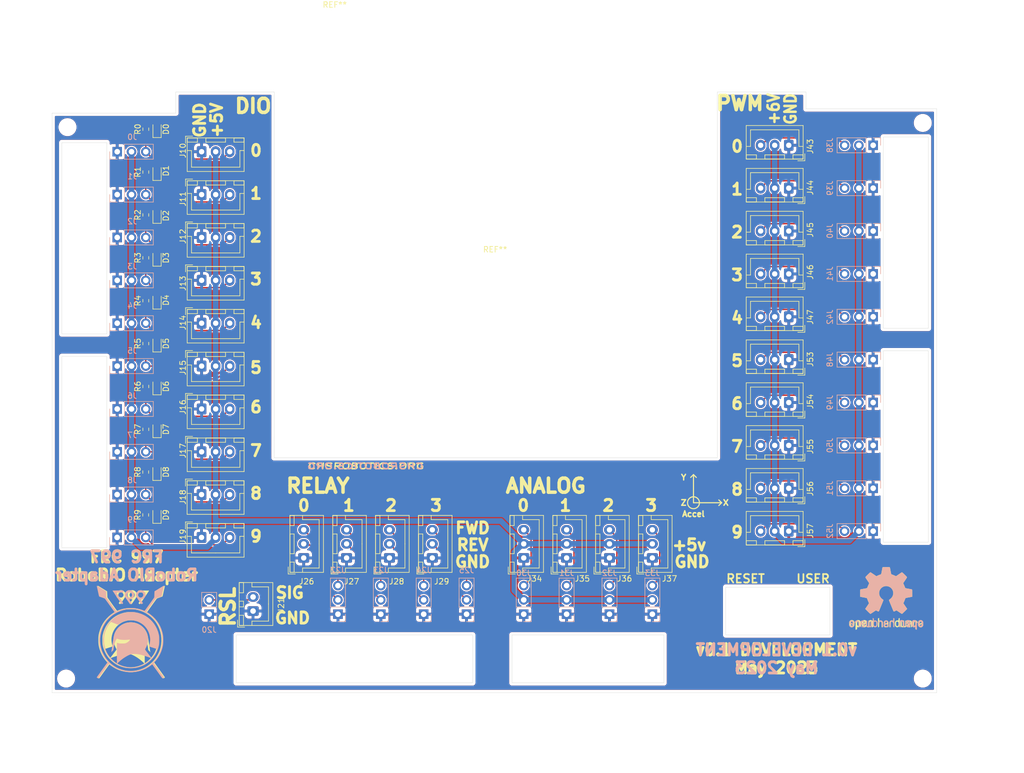
<source format=kicad_pcb>
(kicad_pcb (version 20211014) (generator pcbnew)
  (layers (0 "F.Cu" signal) (31 "B.Cu" signal) (34 "B.Paste" user) (35 "F.Paste" user) (36 "B.SilkS" user "B.Silkscreen") (37 "F.SilkS" user "F.Silkscreen") (38 "B.Mask" user) (39 "F.Mask" user) (44 "Edge.Cuts" user))
  (net 0 "")
  (net 1 "GND")
  (net 2 "+5V")
  (net 3 "Net-(D1-Pad2)")
  (net 4 "Net-(D2-Pad2)")
  (net 5 "Net-(D3-Pad2)")
  (net 6 "Net-(D4-Pad2)")
  (net 7 "Net-(D5-Pad2)")
  (net 8 "Net-(D6-Pad2)")
  (net 9 "Net-(D7-Pad2)")
  (net 10 "Net-(D8-Pad2)")
  (net 11 "Net-(D9-Pad2)")
  (net 12 "DIO9")
  (net 13 "DIO8")
  (net 14 "DIO6")
  (net 15 "DIO7")
  (net 16 "DIO3")
  (net 17 "DIO1")
  (net 18 "DIO2")
  (net 19 "DIO4")
  (net 20 "DIO5")
  (net 21 "DIO0")
  (net 22 "Net-(D0-Pad2)")
  (net 23 "RSL_SIG")
  (net 24 "R0REV")
  (net 25 "R0FWD")
  (net 26 "R1REV")
  (net 27 "R1FWD")
  (net 28 "R2REV")
  (net 29 "R2FWD")
  (net 30 "R3REV")
  (net 31 "R3FWD")
  (net 32 "A0")
  (net 33 "A1")
  (net 34 "A2")
  (net 35 "A3")
  (net 36 "+6V")
  (net 37 "PWM0")
  (net 38 "PWM1")
  (net 39 "PWM2")
  (net 40 "PWM3")
  (net 41 "PWM4")
  (net 42 "PWM5")
  (net 43 "PWM6")
  (net 44 "PWM7")
  (net 45 "PWM8")
  (net 46 "PWM9")
  (footprint "Connector_JST:JST_XH_B3B-XH-A_1x03_P2.50mm_Vertical" (layer "F.Cu") (at 186.4341 50.2218 180)
    (fp_text reference "J43")
    (fp_text value "Conn_01x03")
  )
  (footprint "Connector_JST:JST_XH_B3B-XH-A_1x03_P2.50mm_Vertical" (layer "F.Cu") (at 82.0831 104.7044)
    (fp_text reference "J17")
    (fp_text value "Conn_01x03")
  )
  (footprint "Connector_JST:JST_XH_B3B-XH-A_1x03_P2.50mm_Vertical" (layer "F.Cu") (at 162.1911 123.5592 90)
    (fp_text reference "J37")
    (fp_text value "Conn_01x03")
  )
  (footprint "Resistor_SMD:R_0603_1608Metric" (layer "F.Cu") (at 72.1631 62.6044 90)
    (fp_text reference "R2")
    (fp_text value "680")
  )
  (footprint "Connector_JST:JST_XH_B3B-XH-A_1x03_P2.50mm_Vertical" (layer "F.Cu") (at 186.4341 80.7018 180)
    (fp_text reference "J47")
    (fp_text value "Conn_01x03")
  )
  (footprint "Connector_JST:JST_XH_B3B-XH-A_1x03_P2.50mm_Vertical" (layer "F.Cu") (at 186.4341 88.3218 180)
    (fp_text reference "J53")
    (fp_text value "Conn_01x03")
  )
  (footprint "Connector_JST:JST_XH_B3B-XH-A_1x03_P2.50mm_Vertical" (layer "F.Cu") (at 100.225 123.5592 90)
    (fp_text reference "J26")
    (fp_text value "Conn_01x03")
  )
  (footprint "Connector_JST:JST_XH_B3B-XH-A_1x03_P2.50mm_Vertical" (layer "F.Cu") (at 115.465 123.5592 90)
    (fp_text reference "J28")
    (fp_text value "Conn_01x03")
  )
  (footprint "Connector_JST:JST_XH_B3B-XH-A_1x03_P2.50mm_Vertical" (layer "F.Cu") (at 82.0831 58.9844)
    (fp_text reference "J11")
    (fp_text value "Conn_01x03")
  )
  (footprint "MountingHole:MountingHole_2.2mm_M2" (layer "F.Cu") (at 210.25 46.25)
    (fp_text reference "REF**" hide)
    (fp_text value "MountingHole_2.2mm_M2")
  )
  (footprint "Connector_JST:JST_XH_B3B-XH-A_1x03_P2.50mm_Vertical" (layer "F.Cu") (at 186.4341 65.4618 180)
    (fp_text reference "J45")
    (fp_text value "Conn_01x03")
  )
  (footprint "lib997:navxmxp" (layer "F.Cu") (at 105.75 25.75)
    (fp_text reference "REF**")
    (fp_text value "navxmxp")
  )
  (footprint "Connector_JST:JST_XH_B3B-XH-A_1x03_P2.50mm_Vertical" (layer "F.Cu") (at 82.0831 97.0844)
    (fp_text reference "J16")
    (fp_text value "Conn_01x03")
  )
  (footprint "Connector_JST:JST_XH_B3B-XH-A_1x03_P2.50mm_Vertical" (layer "F.Cu") (at 139.3311 123.5592 90)
    (fp_text reference "J34")
    (fp_text value "Conn_01x03")
  )
  (footprint "MountingHole:MountingHole_2.2mm_M2" (layer "F.Cu") (at 58 145)
    (fp_text reference "REF**" hide)
    (fp_text value "MountingHole_2.2mm_M2")
  )
  (footprint "Resistor_SMD:R_0603_1608Metric" (layer "F.Cu") (at 72.1631 100.7044 90)
    (fp_text reference "R7")
    (fp_text value "680")
  )
  (footprint "Connector_JST:JST_XH_B3B-XH-A_1x03_P2.50mm_Vertical" (layer "F.Cu") (at 186.4341 118.8018 180)
    (fp_text reference "J57")
    (fp_text value "Conn_01x03")
  )
  (footprint "MountingHole:MountingHole_2.2mm_M2" (layer "F.Cu") (at 58.25 47)
    (fp_text reference "REF**" hide)
    (fp_text value "MountingHole_2.2mm_M2")
  )
  (footprint "Connector_JST:JST_XH_B3B-XH-A_1x03_P2.50mm_Vertical" (layer "F.Cu") (at 82.0681 112.2994)
    (fp_text reference "J18")
    (fp_text value "Conn_01x03")
  )
  (footprint "LED_SMD:LED_0603_1608Metric" (layer "F.Cu") (at 74.1481 115.9194 90)
    (fp_text reference "D9")
    (fp_text value "YELLOW")
  )
  (footprint "Symbol:OSHW-Logo2_14.6x12mm_SilkScreen" (layer "F.Cu") (at 203.75 130.75)
    (fp_text reference "REF**" hide)
    (fp_text value "OSHW-Logo2_14.6x12mm_SilkScreen" hide)
  )
  (footprint "Connector_JST:JST_XH_B3B-XH-A_1x03_P2.50mm_Vertical" (layer "F.Cu") (at 107.845 123.5592 90)
    (fp_text reference "J27")
    (fp_text value "Conn_01x03")
  )
  (footprint "Resistor_SMD:R_0603_1608Metric" (layer "F.Cu") (at 72.1631 93.0844 90)
    (fp_text reference "R6")
    (fp_text value "680")
  )
  (footprint "Connector_JST:JST_XH_B3B-XH-A_1x03_P2.50mm_Vertical" (layer "F.Cu") (at 82.0831 66.6044)
    (fp_text reference "J12")
    (fp_text value "Conn_01x03")
  )
  (footprint "LED_SMD:LED_0603_1608Metric" (layer "F.Cu") (at 74.1631 54.9844 90)
    (fp_text reference "D1")
    (fp_text value "YELLOW")
  )
  (footprint "Resistor_SMD:R_0603_1608Metric" (layer "F.Cu") (at 72.1631 54.9844 90)
    (fp_text reference "R1")
    (fp_text value "680")
  )
  (footprint "LED_SMD:LED_0603_1608Metric" (layer "F.Cu") (at 74.1631 77.8444 90)
    (fp_text reference "D4")
    (fp_text value "RED")
  )
  (footprint "Connector_JST:JST_XH_B3B-XH-A_1x03_P2.50mm_Vertical" (layer "F.Cu") (at 82.0681 119.9194)
    (fp_text reference "J19")
    (fp_text value "Conn_01x03")
  )
  (footprint "Connector_JST:JST_XH_B2B-XH-A_1x02_P2.50mm_Vertical" (layer "F.Cu") (at 91.225 133 90)
    (fp_text reference "J21")
    (fp_text value "Conn_01x02")
  )
  (footprint "Connector_JST:JST_XH_B3B-XH-A_1x03_P2.50mm_Vertical" (layer "F.Cu") (at 82.0831 89.4644)
    (fp_text reference "J15")
    (fp_text value "Conn_01x03")
  )
  (footprint "Resistor_SMD:R_0603_1608Metric" (layer "F.Cu") (at 72.1631 85.4644 90)
    (fp_text reference "R5")
    (fp_text value "680")
  )
  (footprint "MountingHole:MountingHole_2.2mm_M2" (layer "F.Cu") (at 210.25 145)
    (fp_text reference "REF**" hide)
    (fp_text value "MountingHole_2.2mm_M2")
  )
  (footprint "Connector_JST:JST_XH_B3B-XH-A_1x03_P2.50mm_Vertical" (layer "F.Cu") (at 146.9511 123.5592 90)
    (fp_text reference "J35")
    (fp_text value "Conn_01x03")
  )
  (footprint "Resistor_SMD:R_0603_1608Metric" (layer "F.Cu") (at 72.1631 47.3644 90)
    (fp_text reference "R0")
    (fp_text value "680")
  )
  (footprint "LED_SMD:LED_0603_1608Metric" (layer "F.Cu") (at 74.1631 85.4644 90)
    (fp_text reference "D5")
    (fp_text value "YELLOW")
  )
  (footprint "lib997:roborio" (layer "F.Cu") (at 134.25 69.25)
    (fp_text reference "REF**")
    (fp_text value "roborio")
  )
  (footprint "Connector_JST:JST_XH_B3B-XH-A_1x03_P2.50mm_Vertical" (layer "F.Cu") (at 82.0831 74.2244)
    (fp_text reference "J13")
    (fp_text value "Conn_01x03")
  )
  (footprint "Resistor_SMD:R_0603_1608Metric" (layer "F.Cu") (at 72.1631 77.8444 90)
    (fp_text reference "R4")
    (fp_text value "680")
  )
  (footprint "LED_SMD:LED_0603_1608Metric" (layer "F.Cu") (at 74.1481 108.2994 90)
    (fp_text reference "D8")
    (fp_text value "RED")
  )
  (footprint "LOGO" (layer "F.Cu") (at 69.5 135.75)
    (fp_text reference "G***" hide)
    (fp_text value "LOGO" hide)
  )
  (footprint "LED_SMD:LED_0603_1608Metric" (layer "F.Cu") (at 74.1631 100.7044 90)
    (fp_text reference "D7")
    (fp_text value "BLUE")
  )
  (footprint "Connector_JST:JST_XH_B3B-XH-A_1x03_P2.50mm_Vertical" (layer "F.Cu") (at 186.4341 103.5618 180)
    (fp_text reference "J55")
    (fp_text value "Conn_01x03")
  )
  (footprint "Connector_JST:JST_XH_B3B-XH-A_1x03_P2.50mm_Vertical" (layer "F.Cu") (at 186.4341 73.0818 180)
    (fp_text reference "J46")
    (fp_text value "Conn_01x03")
  )
  (footprint "Connector_JST:JST_XH_B3B-XH-A_1x03_P2.50mm_Vertical" (layer "F.Cu") (at 82.0831 51.3644)
    (fp_text reference "J10")
    (fp_text value "Conn_01x03")
  )
  (footprint "LED_SMD:LED_0603_1608Metric" (layer "F.Cu") (at 74.1631 62.6044 90)
    (fp_text reference "D2")
    (fp_text value "GREEN")
  )
  (footprint "LED_SMD:LED_0603_1608Metric" (layer "F.Cu") (at 74.1631 47.3644 90)
    (fp_text reference "D0")
    (fp_text value "RED")
  )
  (footprint "LED_SMD:LED_0603_1608Metric" (layer "F.Cu") (at 74.1631 93.0844 90)
    (fp_text reference "D6")
    (fp_text value "GREEN")
  )
  (footprint "Connector_JST:JST_XH_B3B-XH-A_1x03_P2.50mm_Vertical" (layer "F.Cu") (at 82.0831 81.8444)
    (fp_text reference "J14")
    (fp_text value "Conn_01x03")
  )
  (footprint "Resistor_SMD:R_0603_1608Metric" (layer "F.Cu") (at 72.1481 115.9194 90)
    (fp_text reference "R9")
    (fp_text value "680")
  )
  (footprint "Connector_JST:JST_XH_B3B-XH-A_1x03_P2.50mm_Vertical" (layer "F.Cu") (at 123.085 123.5592 90)
    (fp_text reference "J29")
    (fp_text value "Conn_01x03")
  )
  (footprint "LED_SMD:LED_0603_1608Metric" (layer "F.Cu") (at 74.1631 70.2244 90)
    (fp_text reference "D3")
    (fp_text value "BLUE")
  )
  (footprint "Resistor_SMD:R_0603_1608Metric" (layer "F.Cu") (at 72.1631 70.2244 90)
    (fp_text reference "R3")
    (fp_text value "680")
  )
  (footprint "Connector_JST:JST_XH_B3B-XH-A_1x03_P2.50mm_Vertical" (layer "F.Cu") (at 186.4341 95.9418 180)
    (fp_text reference "J54")
    (fp_text value "Conn_01x03")
  )
  (footprint "Connector_JST:JST_XH_B3B-XH-A_1x03_P2.50mm_Vertical" (layer "F.Cu") (at 154.5711 123.5592 90)
    (fp_text reference "J36")
    (fp_text value "Conn_01x03")
  )
  (footprint "Resistor_SMD:R_0603_1608Metric" (layer "F.Cu") (at 72.1481 108.2994 90)
    (fp_text reference "R8")
    (fp_text value "680")
  )
  (footprint "Connector_JST:JST_XH_B3B-XH-A_1x03_P2.50mm_Vertical" (layer "F.Cu") (at 186.4341 57.8418 180)
    (fp_text reference "J44")
    (fp_text value "Conn_01x03")
  )
  (footprint "Connector_JST:JST_XH_B3B-XH-A_1x03_P2.50mm_Vertical" (layer "F.Cu") (at 186.4341 111.1818 180)
    (fp_text reference "J56")
    (fp_text value "Conn_01x03")
  )
  (footprint "Connector_PinSocket_2.54mm:PinSocket_1x03_P2.54mm_Vertical" (layer "B.Cu") (at 67.0831 104.7044 -90)
    (fp_text reference "J7")
    (fp_text value "Conn_01x03")
  )
  (footprint "Connector_PinSocket_2.54mm:PinSocket_1x03_P2.54mm_Vertical" (layer "B.Cu") (at 129.1711 133.5592)
    (fp_text reference "J25")
    (fp_text value "Conn_01x03")
  )
  (footprint "Connector_PinSocket_2.54mm:PinSocket_1x03_P2.54mm_Vertical" (layer "B.Cu") (at 67.0681 112.2994 -90)
    (fp_text reference "J8")
    (fp_text value "Conn_01x03")
  )
  (footprint "Connector_PinSocket_2.54mm:PinSocket_1x03_P2.54mm_Vertical" (layer "B.Cu") (at 201.4341 103.5618 90)
    (fp_text reference "J50")
    (fp_text value "Conn_01x03")
  )
  (footprint "Connector_PinSocket_2.54mm:PinSocket_1x03_P2.54mm_Vertical" (layer "B.Cu") (at 154.5711 133.5592)
    (fp_text reference "J32")
    (fp_text value "Conn_01x03")
  )
  (footprint "Connector_PinSocket_2.54mm:PinSocket_1x03_P2.54mm_Vertical" (layer "B.Cu") (at 121.5511 133.5592)
    (fp_text reference "J24")
    (fp_text value "Conn_01x03")
  )
  (footprint "Connector_PinSocket_2.54mm:PinSocket_1x03_P2.54mm_Vertical" (layer "B.Cu") (at 67.0831 97.0844 -90)
    (fp_text reference "J6")
    (fp_text value "Conn_01x03")
  )
  (footprint "Connector_PinSocket_2.54mm:PinSocket_1x03_P2.54mm_Vertical" (layer "B.Cu") (at 201.4341 118.8018 90)
    (fp_text reference "J52")
    (fp_text value "Conn_01x03")
  )
  (footprint "Connector_PinSocket_2.54mm:PinSocket_1x03_P2.54mm_Vertical" (layer "B.Cu") (at 162.1911 133.5592)
    (fp_text reference "J33")
    (fp_text value "Conn_01x03")
  )
  (footprint "Connector_PinSocket_2.54mm:PinSocket_1x03_P2.54mm_Vertical" (layer "B.Cu") (at 201.4341 95.9418 90)
    (fp_text reference "J49")
    (fp_text value "Conn_01x03")
  )
  (footprint "Connector_PinSocket_2.54mm:PinSocket_1x03_P2.54mm_Vertical" (layer "B.Cu") (at 201.4341 73.0818 90)
    (fp_text reference "J41")
    (fp_text value "Conn_01x03")
  )
  (footprint "Connector_PinSocket_2.54mm:PinSocket_1x03_P2.54mm_Vertical" (layer "B.Cu") (at 67.0831 51.3644 -90)
    (fp_text reference "J0")
    (fp_text value "Conn_01x03")
  )
  (footprint "Connector_PinSocket_2.54mm:PinSocket_1x03_P2.54mm_Vertical" (layer "B.Cu") (at 67.0831 58.9844 -90)
    (fp_text reference "J1")
    (fp_text value "Conn_01x03")
  )
  (footprint "Connector_PinSocket_2.54mm:PinSocket_1x02_P2.54mm_Vertical" (layer "B.Cu") (at 83.4257 133.5592)
    (fp_text reference "J20")
    (fp_text value "Conn_01x02")
  )
  (footprint "Connector_PinSocket_2.54mm:PinSocket_1x03_P2.54mm_Vertical" (layer "B.Cu") (at 146.9511 133.5592)
    (fp_text reference "J31")
    (fp_text value "Conn_01x03")
  )
  (footprint "Connector_PinSocket_2.54mm:PinSocket_1x03_P2.54mm_Vertical" (layer "B.Cu") (at 201.4341 80.7018 90)
    (fp_text reference "J42")
    (fp_text value "Conn_01x03")
  )
  (footprint "Connector_PinSocket_2.54mm:PinSocket_1x03_P2.54mm_Vertical" (layer "B.Cu") (at 113.9311 133.5592)
    (fp_text reference "J23")
    (fp_text value "Conn_01x03")
  )
  (footprint "LOGO" (layer "B.Cu") (at 69.5 135.75 180)
    (fp_text reference "G***" hide)
    (fp_text value "LOGO" hide)
  )
  (footprint "Connector_PinSocket_2.54mm:PinSocket_1x03_P2.54mm_Vertical" (layer "B.Cu") (at 67.0831 81.8444 -90)
    (fp_text reference "J4")
    (fp_text value "Conn_01x03")
  )
  (footprint "Connector_PinSocket_2.54mm:PinSocket_1x03_P2.54mm_Vertical" (layer "B.Cu") (at 201.4341 50.2218 90)
    (fp_text reference "J38")
    (fp_text value "Conn_01x03")
  )
  (footprint "Connector_PinSocket_2.54mm:PinSocket_1x03_P2.54mm_Vertical" (layer "B.Cu") (at 67.0681 119.9194 -90)
    (fp_text reference "J9")
    (fp_text value "Conn_01x03")
  )
  (footprint "Connector_PinSocket_2.54mm:PinSocket_1x03_P2.54mm_Vertical" (layer "B.Cu") (at 201.4341 57.8418 90)
    (fp_text reference "J39")
    (fp_text value "Conn_01x03")
  )
  (footprint "Connector_PinSocket_2.54mm:PinSocket_1x03_P2.54mm_Vertical" (layer "B.Cu") (at 139.3311 133.5592)
    (fp_text reference "J30")
    (fp_text value "Conn_01x03")
  )
  (footprint "Connector_PinSocket_2.54mm:PinSocket_1x03_P2.54mm_Vertical" (layer "B.Cu") (at 67.0831 74.2244 -90)
    (fp_text reference "J3")
    (fp_text value "Conn_01x03")
  )
  (footprint "Connector_PinSocket_2.54mm:PinSocket_1x03_P2.54mm_Vertical" (layer "B.Cu") (at 201.4341 88.3218 90)
    (fp_text reference "J48")
    (fp_text value "Conn_01x03")
  )
  (footprint "Connector_PinSocket_2.54mm:PinSocket_1x03_P2.54mm_Vertical" (layer "B.Cu") (at 201.4341 65.4618 90)
    (fp_text reference "J40")
    (fp_text value "Conn_01x03")
  )
  (footprint "Connector_PinSocket_2.54mm:PinSocket_1x03_P2.54mm_Vertical" (layer "B.Cu") (at 67.0831 66.6044 -90)
    (fp_text reference "J2")
    (fp_text value "Conn_01x03")
  )
  (footprint "Symbol:OSHW-Logo2_14.6x12mm_SilkScreen" (layer "B.Cu") (at 203.75 130.75 180)
    (fp_text reference "REF**" hide)
    (fp_text value "OSHW-Logo2_14.6x12mm_SilkScreen" hide)
  )
  (footprint "Connector_PinSocket_2.54mm:PinSocket_1x03_P2.54mm_Vertical" (layer "B.Cu") (at 201.4341 111.1818 90)
    (fp_text reference "J51")
    (fp_text value "Conn_01x03")
  )
  (footprint "Connector_PinSocket_2.54mm:PinSocket_1x03_P2.54mm_Vertical" (layer "B.Cu") (at 106.3111 133.5592)
    (fp_text reference "J22")
    (fp_text value "Conn_01x03")
  )
  (footprint "Connector_PinSocket_2.54mm:PinSocket_1x03_P2.54mm_Vertical" (layer "B.Cu") (at 67.0831 89.4644 -90)
    (fp_text reference "J5")
    (fp_text value "Conn_01x03")
  )
  (gr_line (start 169.5 108.75) (end 170 109.25) (layer "F.SilkS") (width 0.2))
  (gr_line (start 169.5 108.75) (end 169 109.25) (layer "F.SilkS") (width 0.2))
  (gr_line (start 169.5 113.75) (end 169.5 108.75) (layer "F.SilkS") (width 0.2))
  (gr_line (start 169.5 113.75) (end 174.5 113.75) (layer "F.SilkS") (width 0.2))
  (gr_circle (center 169.5 113.75) (end 170.56066 113.75) (layer "F.SilkS") (width 0.2) (fill none))
  (gr_line (start 174.5 113.75) (end 174 113.25) (layer "F.SilkS") (width 0.2))
  (gr_line (start 174.5 113.75) (end 174 114.25) (layer "F.SilkS") (width 0.2))
  (gr_line (start 95 40.75) (end 94.97 105.75) (layer "Edge.Cuts") (width 0.05))
  (gr_line (start 189.5 40.75) (end 189.5 43.75) (layer "Edge.Cuts") (width 0.05))
  (gr_rect (start 57.25 87.75) (end 65.25 121.75) (layer "Edge.Cuts") (width 0.05) (fill none))
  (gr_rect (start 203.25 86.75) (end 211.25 120.75) (layer "Edge.Cuts") (width 0.05) (fill none))
  (gr_rect (start 175.25 137.25) (end 193.75 128.75) (layer "Edge.Cuts") (width 0.05) (fill none))
  (gr_line (start 173.75 105.75) (end 94.97 105.75) (layer "Edge.Cuts") (width 0.05))
  (gr_line (start 189.5 40.75) (end 173.75 40.75) (layer "Edge.Cuts") (width 0.05))
  (gr_rect (start 203.25 48.75) (end 211.25 82.75) (layer "Edge.Cuts") (width 0.05) (fill none))
  (gr_line (start 95 40.75) (end 77.5 40.75) (layer "Edge.Cuts") (width 0.05))
  (gr_rect (start 137.25 145.75) (end 164.25 137.25) (layer "Edge.Cuts") (width 0.05) (fill none))
  (gr_line (start 212.75 147.5) (end 212.75 43.75) (layer "Edge.Cuts") (width 0.05))
  (gr_line (start 212.75 43.75) (end 189.5 43.75) (layer "Edge.Cuts") (width 0.05))
  (gr_line (start 77.5 44.5) (end 55.5 44.5) (layer "Edge.Cuts") (width 0.05))
  (gr_line (start 55.5 44.5) (end 55.5 147.5) (layer "Edge.Cuts") (width 0.05))
  (gr_line (start 55.5 147.5) (end 212.75 147.5) (layer "Edge.Cuts") (width 0.05))
  (gr_line (start 77.5 44.5) (end 77.5 40.75) (layer "Edge.Cuts") (width 0.05))
  (gr_rect (start 57.25 49.75) (end 65.25 83.75) (layer "Edge.Cuts") (width 0.05) (fill none))
  (gr_line (start 173.75 105.75) (end 173.75 40.75) (layer "Edge.Cuts") (width 0.05))
  (gr_rect (start 88.25 145.75) (end 130.25 137.25) (layer "Edge.Cuts") (width 0.05) (fill none))
  (gr_text "CHSROBOTICS.ORG" (at 111.25 107.25) (layer "B.SilkS") (effects (font (size 1 1.5) (thickness 0.25) italic) (justify mirror)))
  (gr_text "FRC 997\nRoboRIO Adapter" (at 68.75 125) (layer "B.SilkS") (effects (font (size 2 2) (thickness 0.5)) (justify mirror)))
  (gr_text "v0.1 DEVELOPMENT\nMay 2023" (at 184.25 141.5) (layer "B.SilkS") (effects (font (size 2 2) (thickness 0.5)) (justify mirror)))
  (gr_text "GND" (at 98.25 134.25) (layer "F.SilkS") (effects (font (size 2 2) (thickness 0.5))))
  (gr_text "1" (at 177.25 58.0418) (layer "F.SilkS") (effects (font (size 2 2) (thickness 0.5))))
  (gr_text "RESET" (at 178.75 127.25) (layer "F.SilkS") (effects (font (size 1.5 1.5) (thickness 0.3))))
  (gr_text "ANALOG" (at 143.25 110.75) (layer "F.SilkS") (effects (font (size 2.5 2.5) (thickness 0.625))))
  (gr_text "0" (at 91.75 51.1644) (layer "F.SilkS") (effects (font (size 2 2) (thickness 0.5))))
  (gr_text "0" (at 100.25 114.25) (layer "F.SilkS") (effects (font (size 2 2) (thickness 0.5))))
  (gr_text "DIO" (at 91.25 43.25) (layer "F.SilkS") (effects (font (size 2.5 2.5) (thickness 0.625))))
  (gr_text "2" (at 154.3711 114.25) (layer "F.SilkS") (effects (font (size 2 2) (thickness 0.5))))
  (gr_text "FWD" (at 130.25 118.25) (layer "F.SilkS") (effects (font (size 2 2) (thickness 0.5))))
  (gr_text "RELAY" (at 102.75 110.75) (layer "F.SilkS") (effects (font (size 2.5 2.5) (thickness 0.625))))
  (gr_text "2" (at 115.75 114.25) (layer "F.SilkS") (effects (font (size 2 2) (thickness 0.5))))
  (gr_text "Z" (at 167.75 113.75) (layer "F.SilkS") (effects (font (size 1 1) (thickness 0.25))))
  (gr_text "6" (at 177.25 96.1418) (layer "F.SilkS") (effects (font (size 2 2) (thickness 0.5))))
  (gr_text "GND" (at 81.75 45.75 90) (layer "F.SilkS") (effects (font (size 2 2) (thickness 0.5))))
  (gr_text "0" (at 139.25 114.25) (layer "F.SilkS") (effects (font (size 2 2) (thickness 0.5))))
  (gr_text "6" (at 91.75 96.75) (layer "F.SilkS") (effects (font (size 2 2) (thickness 0.5))))
  (gr_text "CHSROBOTICS.ORG" (at 111.25 107.25) (layer "F.SilkS") (effects (font (size 1 1.5) (thickness 0.25) italic)))
  (gr_text "3" (at 91.75 74.0244) (layer "F.SilkS") (effects (font (size 2 2) (thickness 0.5))))
  (gr_text "2" (at 91.75 66.4044) (layer "F.SilkS") (effects (font (size 2 2) (thickness 0.5))))
  (gr_text "SIG" (at 97.75 129.75) (layer "F.SilkS") (effects (font (size 2 2) (thickness 0.5))))
  (gr_text "+5V" (at 84.75 45.75 90) (layer "F.SilkS") (effects (font (size 2 2) (thickness 0.5))))
  (gr_text "REV" (at 130.25 121.25) (layer "F.SilkS") (effects (font (size 2 2) (thickness 0.5))))
  (gr_text "7" (at 91.75 104.5044) (layer "F.SilkS") (effects (font (size 2 2) (thickness 0.5))))
  (gr_text "RSL" (at 86.75 132.25 90) (layer "F.SilkS") (effects (font (size 2.5 2.5) (thickness 0.625))))
  (gr_text "4" (at 91.75 81.75) (layer "F.SilkS") (effects (font (size 2 2) (thickness 0.5))))
  (gr_text "GND" (at 169.25 124.25) (layer "F.SilkS") (effects (font (size 2 2) (thickness 0.5))))
  (gr_text "+5v" (at 168.75 121.25) (layer "F.SilkS") (effects (font (size 2 2) (thickness 0.5))))
  (gr_text "3" (at 161.9911 114.25) (layer "F.SilkS") (effects (font (size 2 2) (thickness 0.5))))
  (gr_text "+6V" (at 183.75 43.75 90) (layer "F.SilkS") (effects (font (size 2 1.8) (thickness 0.45))))
  (gr_text "2" (at 177.25 65.6618) (layer "F.SilkS") (effects (font (size 2 2) (thickness 0.5))))
  (gr_text "1" (at 108.25 114.25) (layer "F.SilkS") (effects (font (size 2 2) (thickness 0.5))))
  (gr_text "FRC 997\nRoboRIO Adapter" (at 68.75 125) (layer "F.SilkS") (effects (font (size 2 2) (thickness 0.5))))
  (gr_text "9" (at 91.75 119.7194) (layer "F.SilkS") (effects (font (size 2 2) (thickness 0.5))))
  (gr_text "PWM" (at 177.75 42.75) (layer "F.SilkS") (effects (font (size 2.5 2.5) (thickness 0.625))))
  (gr_text "Y" (at 167.75 109.25) (layer "F.SilkS") (effects (font (size 1 1) (thickness 0.25))))
  (gr_text "0" (at 177.25 50.4218) (layer "F.SilkS") (effects (font (size 2 2) (thickness 0.5))))
  (gr_text "Accel" (at 169.5 115.75) (layer "F.SilkS") (effects (font (size 1 1) (thickness 0.25))))
  (gr_text "GND" (at 130.25 124.25) (layer "F.SilkS") (effects (font (size 2 2) (thickness 0.5))))
  (gr_text "1" (at 146.7511 114.25) (layer "F.SilkS") (effects (font (size 2 2) (thickness 0.5))))
  (gr_text "5" (at 177.25 88.5218) (layer "F.SilkS") (effects (font (size 2 2) (thickness 0.5))))
  (gr_text "3" (at 123.75 114.25) (layer "F.SilkS") (effects (font (size 2 2) (thickness 0.5))))
  (gr_text "8" (at 177.25 111.3818) (layer "F.SilkS") (effects (font (size 2 2) (thickness 0.5))))
  (gr_text "v0.1 DEVELOPMENT\nMay 2023" (at 184.25 141.5) (layer "F.SilkS") (effects (font (size 2 2) (thickness 0.5))))
  (gr_text "GND" (at 186.75 43.75 90) (layer "F.SilkS") (effects (font (size 2 1.8) (thickness 0.45))))
  (gr_text "3" (at 177.25 73.2818) (layer "F.SilkS") (effects (font (size 2 2) (thickness 0.5))))
  (gr_text "1" (at 91.75 58.7844) (layer "F.SilkS") (effects (font (size 2 2) (thickness 0.5))))
  (gr_text "9" (at 177.25 119.0018) (layer "F.SilkS") (effects (font (size 2 2) (thickness 0.5))))
  (gr_text "USER" (at 190.75 127.25) (layer "F.SilkS") (effects (font (size 1.5 1.5) (thickness 0.3))))
  (gr_text "8" (at 91.75 112.0994) (layer "F.SilkS") (effects (font (size 2 2) (thickness 0.5))))
  (gr_text "4" (at 177.25 80.9018) (layer "F.SilkS") (effects (font (size 2 2) (thickness 0.5))))
  (gr_text "5" (at 91.75 89.75) (layer "F.SilkS") (effects (font (size 2 2) (thickness 0.5))))
  (gr_text "7" (at 177.25 103.7618) (layer "F.SilkS") (effects (font (size 2 2) (thickness 0.5))))
  (gr_text "X" (at 175.25 113.75) (layer "F.SilkS") (effects (font (size 1 1) (thickness 0.25))))
  (segment (start 84.5831 66.6044) (end 84.5831 51.3644) (width 1) (layer "B.Cu") (net 2))
  (segment (start 69.6231 51.3644) (end 69.6231 58.9844) (width 1) (layer "B.Cu") (net 2))
  (segment (start 85.132 117.0042) (end 84.5681 117.5681) (width 1) (layer "B.Cu") (net 2))
  (segment (start 84.5681 117.5681) (end 84.5681 104.7194) (width 1) (layer "B.Cu") (net 2))
  (segment (start 137.6511 122.563626) (end 139.155526 121.0592) (width 1) (layer "B.Cu") (net 2))
  (segment (start 139.3311 121.0592) (end 162.1911 121.0592) (width 1) (layer "B.Cu") (net 2))
  (segment (start 69.6231 104.7044) (end 69.6231 119.9044) (width 1) (layer "B.Cu") (net 2))
  (segment (start 69.6081 119.9194) (end 71.2881 121.5994) (width 1) (layer "B.Cu") (net 2))
  (segment (start 69.6231 58.9844) (end 69.6231 81.8444) (width 1) (layer "B.Cu") (net 2))
  (segment (start 135.2761 117.0042) (end 85.132 117.0042) (width 1) (layer "B.Cu") (net 2))
  (segment (start 84.5831 81.8444) (end 84.5831 66.6044) (width 1) (layer "B.Cu") (net 2))
  (segment (start 83.063674 121.5994) (end 84.5681 120.094974) (width 1) (layer "B.Cu") (net 2))
  (segment (start 84.5831 97.0844) (end 84.5831 81.8444) (width 1) (layer "B.Cu") (net 2))
  (segment (start 139.3311 131.0192) (end 137.6511 129.3392) (width 1) (layer "B.Cu") (net 2))
  (segment (start 137.6511 129.3392) (end 137.6511 122.563626) (width 1) (layer "B.Cu") (net 2))
  (segment (start 84.5681 119.9194) (end 84.5681 117.5681) (width 1) (layer "B.Cu") (net 2))
  (segment (start 71.2881 121.5994) (end 83.063674 121.5994) (width 1) (layer "B.Cu") (net 2))
  (segment (start 162.1911 131.0192) (end 139.3311 131.0192) (width 1) (layer "B.Cu") (net 2))
  (segment (start 69.6231 81.8444) (end 69.6231 104.7044) (width 1) (layer "B.Cu") (net 2))
  (segment (start 139.3311 121.0592) (end 135.2761 117.0042) (width 1) (layer "B.Cu") (net 2))
  (segment (start 84.5831 104.7044) (end 84.5831 97.0844) (width 1) (layer "B.Cu") (net 2))
  (segment (start 72.1631 54.1594) (end 74.1256 54.1594) (width 0.25) (layer "F.Cu") (net 3))
  (segment (start 72.1631 61.7794) (end 74.1256 61.7794) (width 0.25) (layer "F.Cu") (net 4))
  (segment (start 72.1631 69.3994) (end 74.1256 69.3994) (width 0.25) (layer "F.Cu") (net 5))
  (segment (start 72.1631 77.0194) (end 74.1256 77.0194) (width 0.25) (layer "F.Cu") (net 6))
  (segment (start 72.1631 84.6394) (end 74.1256 84.6394) (width 0.25) (layer "F.Cu") (net 7))
  (segment (start 72.1631 92.2594) (end 74.1256 92.2594) (width 0.25) (layer "F.Cu") (net 8))
  (segment (start 72.1631 99.8794) (end 74.1256 99.8794) (width 0.25) (layer "F.Cu") (net 9))
  (segment (start 72.1481 107.4744) (end 74.1106 107.4744) (width 0.25) (layer "F.Cu") (net 10))
  (segment (start 72.1481 115.0944) (end 74.1106 115.0944) (width 0.25) (layer "F.Cu") (net 11))
  (segment (start 85.7631 121.2244) (end 87.0681 119.9194) (width 0.25) (layer "F.Cu") (net 12))
  (segment (start 73.4531 121.2244) (end 85.7631 121.2244) (width 0.25) (layer "F.Cu") (net 12))
  (segment (start 72.1481 116.7444) (end 72.1481 119.9194) (width 0.25) (layer "F.Cu") (net 12))
  (segment (start 72.1481 119.9194) (end 73.4531 121.2244) (width 0.25) (layer "F.Cu") (net 12))
  (segment (start 72.1481 112.2994) (end 72.1481 109.1244) (width 0.25) (layer "F.Cu") (net 13))
  (segment (start 73.4531 113.6044) (end 85.7631 113.6044) (width 0.25) (layer "F.Cu") (net 13))
  (segment (start 85.7631 113.6044) (end 87.0681 112.2994) (width 0.25) (layer "F.Cu") (net 13))
  (segment (start 72.1481 112.2994) (end 73.4531 113.6044) (width 0.25) (layer "F.Cu") (net 13))
  (segment (start 72.1631 97.0844) (end 73.4681 98.3894) (width 0.25) (layer "F.Cu") (net 14))
  (segment (start 72.1631 93.9094) (end 72.1631 97.0844) (width 0.25) (layer "F.Cu") (net 14))
  (segment (start 85.7781 98.3894) (end 87.0831 97.0844) (width 0.25) (layer "F.Cu") (net 14))
  (segment (start 73.4681 98.3894) (end 85.7781 98.3894) (width 0.25) (layer "F.Cu") (net 14))
  (segment (start 72.1631 104.7044) (end 73.365181 104.7044) (width 0.25) (layer "F.Cu") (net 15))
  (segment (start 72.1631 104.7044) (end 72.1631 101.5294) (width 0.25) (layer "F.Cu") (net 15))
  (segment (start 74.670181 106.0094) (end 85.7781 106.0094) (width 0.25) (layer "F.Cu") (net 15))
  (segment (start 85.7781 106.0094) (end 87.0831 104.7044) (width 0.25) (layer "F.Cu") (net 15))
  (segment (start 73.365181 104.7044) (end 74.670181 106.0094) (width 0.25) (layer "F.Cu") (net 15))
  (segment (start 73.4681 75.5294) (end 85.7781 75.5294) (width 0.25) (layer "F.Cu") (net 16))
  (segment (start 72.1631 74.2244) (end 73.4681 75.5294) (width 0.25) (layer "F.Cu") (net 16))
  (segment (start 72.1481 71.0244) (end 72.1481 74.1994) (width 0.25) (layer "F.Cu") (net 16))
  (segment (start 85.7781 75.5294) (end 87.0831 74.2244) (width 0.25) (layer "F.Cu") (net 16))
  (segment (start 73.4681 60.2894) (end 85.7781 60.2894) (width 0.25) (layer "F.Cu") (net 17))
  (segment (start 72.1481 58.9594) (end 72.1481 55.7844) (width 0.25) (layer "F.Cu") (net 17))
  (segment (start 72.1631 58.9844) (end 73.4681 60.2894) (width 0.25) (layer "F.Cu") (net 17))
  (segment (start 85.7781 60.2894) (end 87.0831 58.9844) (width 0.25) (layer "F.Cu") (net 17))
  (segment (start 73.4681 67.9094) (end 85.7781 67.9094) (width 0.25) (layer "F.Cu") (net 18))
  (segment (start 72.1631 66.6044) (end 73.4681 67.9094) (width 0.25) (layer "F.Cu") (net 18))
  (segment (start 85.7781 67.9094) (end 87.0831 66.6044) (width 0.25) (layer "F.Cu") (net 18))
  (segment (start 72.1481 63.4044) (end 72.1481 66.5794) (width 0.25) (layer "F.Cu") (net 18))
  (segment (start 73.4681 83.1494) (end 85.7781 83.1494) (width 0.25) (layer "F.Cu") (net 19))
  (segment (start 85.7781 83.1494) (end 87.0831 81.8444) (width 0.25) (layer "F.Cu") (net 19))
  (segment (start 72.1481 78.6444) (end 72.1481 81.8194) (width 0.25) (layer "F.Cu") (net 19))
  (segment (start 72.1631 81.8444) (end 73.4681 83.1494) (width 0.25) (layer "F.Cu") (net 19))
  (segment (start 72.1631 89.4644) (end 73.365181 89.4644) (width 0.25) (layer "F.Cu") (net 20))
  (segment (start 73.365181 89.4644) (end 75.650781 91.75) (width 0.25) (layer "F.Cu") (net 20))
  (segment (start 72.1481 86.2644) (end 72.1481 89.4394) (width 0.25) (layer "F.Cu") (net 20))
  (segment (start 75.650781 91.75) (end 84.7975 91.75) (width 0.25) (layer "F.Cu") (net 20))
  (segment (start 84.7975 91.75) (end 87.0831 89.4644) (width 0.25) (layer "F.Cu") (net 20))
  (segment (start 85.7781 52.6694) (end 87.0831 51.3644) (width 0.25) (layer "F.Cu") (net 21))
  (segment (start 73.4681 52.6694) (end 85.7781 52.6694) (width 0.25) (layer "F.Cu") (net 21))
  (segment (start 72.1631 48.1894) (end 72.1631 51.3644) (width 0.25) (layer "F.Cu") (net 21))
  (segment (start 72.1631 51.3644) (end 73.4681 52.6694) (width 0.25) (layer "F.Cu") (net 21))
  (segment (start 72.1631 46.5394) (end 74.1256 46.5394) (width 0.25) (layer "F.Cu") (net 22))
  (segment (start 83.4257 131.0192) (end 90.7058 131.0192) (width 0.25) (layer "F.Cu") (net 23))
  (segment (start 104.75 129.4581) (end 106.3111 131.0192) (width 0.25) (layer "F.Cu") (net 24))
  (segment (start 104.75 124.75) (end 104.75 129.4581) (width 0.25) (layer "F.Cu") (net 24))
  (segment (start 101.0592 121.0592) (end 104.75 124.75) (width 0.25) (layer "F.Cu") (net 24))
  (segment (start 106.3111 128.4792) (end 106.3111 124.6453) (width 0.25) (layer "F.Cu") (net 25))
  (segment (start 106.3111 124.6453) (end 100.225 118.5592) (width 0.25) (layer "F.Cu") (net 25))
  (segment (start 112.7511 125.9653) (end 112.7511 129.8392) (width 0.25) (layer "F.Cu") (net 26))
  (segment (start 112.7511 129.8392) (end 113.9311 131.0192) (width 0.25) (layer "F.Cu") (net 26))
  (segment (start 107.845 121.0592) (end 112.7511 125.9653) (width 0.25) (layer "F.Cu") (net 26))
  (segment (start 107.845 118.5592) (end 113.9311 124.6453) (width 0.25) (layer "F.Cu") (net 27))
  (segment (start 113.9311 124.6453) (end 113.9311 128.4792) (width 0.25) (layer "F.Cu") (net 27))
  (segment (start 115.465 121.0592) (end 120.3711 125.9653) (width 0.25) (layer "F.Cu") (net 28))
  (segment (start 120.3711 125.9653) (end 120.3711 129.8392) (width 0.25) (layer "F.Cu") (net 28))
  (segment (start 120.3711 129.8392) (end 121.5511 131.0192) (width 0.25) (layer "F.Cu") (net 28))
  (segment (start 115.465 118.5592) (end 121.5511 124.6453) (width 0.25) (layer "F.Cu") (net 29))
  (segment (start 121.5511 124.6453) (end 121.5511 128.4792) (width 0.25) (layer "F.Cu") (net 29))
  (segment (start 123.085 121.0592) (end 127.9911 125.9653) (width 0.25) (layer "F.Cu") (net 30))
  (segment (start 127.9911 125.9653) (end 127.9911 129.8392) (width 0.25) (layer "F.Cu") (net 30))
  (segment (start 127.9911 129.8392) (end 129.1711 131.0192) (width 0.25) (layer "F.Cu") (net 30))
  (segment (start 123.085 118.5592) (end 129.1711 124.6453) (width 0.25) (layer "F.Cu") (net 31))
  (segment (start 129.1711 124.6453) (end 129.1711 128.4792) (width 0.25) (layer "F.Cu") (net 31))
  (segment (start 140.6361 127.1742) (end 139.3311 128.4792) (width 0.25) (layer "F.Cu") (net 32))
  (segment (start 140.6361 119.8642) (end 140.6361 127.1742) (width 0.25) (layer "F.Cu") (net 32))
  (segment (start 139.3311 118.5592) (end 140.6361 119.8642) (width 0.25) (layer "F.Cu") (net 32))
  (segment (start 148.2561 119.8642) (end 148.2561 127.1742) (width 0.25) (layer "F.Cu") (net 33))
  (segment (start 146.9511 118.5592) (end 148.2561 119.8642) (width 0.25) (layer "F.Cu") (net 33))
  (segment (start 148.2561 127.1742) (end 146.9511 128.4792) (width 0.25) (layer "F.Cu") (net 33))
  (segment (start 154.5711 118.5592) (end 155.8761 119.8642) (width 0.25) (layer "F.Cu") (net 34))
  (segment (start 155.8761 119.8642) (end 155.8761 127.1742) (width 0.25) (layer "F.Cu") (net 34))
  (segment (start 155.8761 127.1742) (end 154.5711 128.4792) (width 0.25) (layer "F.Cu") (net 34))
  (segment (start 162.1911 118.5592) (end 163.4961 119.8642) (width 0.25) (layer "F.Cu") (net 35))
  (segment (start 163.4961 119.8642) (end 163.4961 127.1742) (width 0.25) (layer "F.Cu") (net 35))
  (segment (start 163.4961 127.1742) (end 162.1911 128.4792) (width 0.25) (layer "F.Cu") (net 35))
  (segment (start 198.8941 118.8018) (end 197.2141 120.4818) (width 1) (layer "B.Cu") (net 36))
  (segment (start 198.8941 65.4618) (end 198.8941 50.2218) (width 1) (layer "B.Cu") (net 36))
  (segment (start 183.9341 118.8018) (end 183.9341 95.9418) (width 1) (layer "B.Cu") (net 36))
  (segment (start 198.8941 111.1818) (end 198.8941 118.8018) (width 1) (layer "B.Cu") (net 36))
  (segment (start 198.8941 88.3218) (end 198.8941 65.4618) (width 1) (layer "B.Cu") (net 36))
  (segment (start 183.9341 103.5618) (end 183.9341 73.0818) (width 1) (layer "B.Cu") (net 36))
  (segment (start 198.8941 111.1818) (end 198.8941 88.3218) (width 1) (layer "B.Cu") (net 36))
  (segment (start 185.438526 120.4818) (end 183.9341 118.977374) (width 1) (layer "B.Cu") (net 36))
  (segment (start 197.2141 120.4818) (end 185.438526 120.4818) (width 1) (layer "B.Cu") (net 36))
  (segment (start 183.9341 80.7018) (end 183.9341 50.2218) (width 1) (layer "B.Cu") (net 36))
  (segment (start 182.8641 48.9168) (end 195.0491 48.9168) (width 0.25) (layer "F.Cu") (net 37))
  (segment (start 195.0491 48.9168) (end 196.3541 50.2218) (width 0.25) (layer "F.Cu") (net 37))
  (segment (start 181.5591 50.2218) (end 182.8641 48.9168) (width 0.25) (layer "F.Cu") (net 37))
  (segment (start 182.7391 56.5368) (end 195.0491 56.5368) (width 0.25) (layer "F.Cu") (net 38))
  (segment (start 181.4341 57.8418) (end 182.7391 56.5368) (width 0.25) (layer "F.Cu") (net 38))
  (segment (start 195.0491 56.5368) (end 196.3541 57.8418) (width 0.25) (layer "F.Cu") (net 38))
  (segment (start 195.0491 64.1568) (end 196.3541 65.4618) (width 0.25) (layer "F.Cu") (net 39))
  (segment (start 181.4341 65.4618) (end 182.7391 64.1568) (width 0.25) (layer "F.Cu") (net 39))
  (segment (start 182.7391 64.1568) (end 195.0491 64.1568) (width 0.25) (layer "F.Cu") (net 39))
  (segment (start 181.4341 73.0818) (end 182.7391 71.7768) (width 0.25) (layer "F.Cu") (net 40))
  (segment (start 182.7391 71.7768) (end 195.0491 71.7768) (width 0.25) (layer "F.Cu") (net 40))
  (segment (start 195.0491 71.7768) (end 196.3541 73.0818) (width 0.25) (layer "F.Cu") (net 40))
  (segment (start 181.4341 80.7018) (end 182.7391 79.3968) (width 0.25) (layer "F.Cu") (net 41))
  (segment (start 182.7391 79.3968) (end 195.0491 79.3968) (width 0.25) (layer "F.Cu") (net 41))
  (segment (start 195.0491 79.3968) (end 196.3541 80.7018) (width 0.25) (layer "F.Cu") (net 41))
  (segment (start 181.5591 88.3218) (end 182.8641 87.0168) (width 0.25) (layer "F.Cu") (net 42))
  (segment (start 182.8641 87.0168) (end 195.0491 87.0168) (width 0.25) (layer "F.Cu") (net 42))
  (segment (start 195.0491 87.0168) (end 196.3541 88.3218) (width 0.25) (layer "F.Cu") (net 42))
  (segment (start 181.4341 95.9418) (end 182.7391 94.6368) (width 0.25) (layer "F.Cu") (net 43))
  (segment (start 182.7391 94.6368) (end 195.0491 94.6368) (width 0.25) (layer "F.Cu") (net 43))
  (segment (start 195.0491 94.6368) (end 196.3541 95.9418) (width 0.25) (layer "F.Cu") (net 43))
  (segment (start 195.0491 102.2568) (end 196.3541 103.5618) (width 0.25) (layer "F.Cu") (net 44))
  (segment (start 181.5591 103.5618) (end 182.8641 102.2568) (width 0.25) (layer "F.Cu") (net 44))
  (segment (start 182.8641 102.2568) (end 195.0491 102.2568) (width 0.25) (layer "F.Cu") (net 44))
  (segment (start 182.7391 109.8768) (end 195.0491 109.8768) (width 0.25) (layer "F.Cu") (net 45))
  (segment (start 181.4341 111.1818) (end 182.7391 109.8768) (width 0.25) (layer "F.Cu") (net 45))
  (segment (start 195.0491 109.8768) (end 196.3541 111.1818) (width 0.25) (layer "F.Cu") (net 45))
  (segment (start 181.4341 118.8018) (end 182.7391 117.4968) (width 0.25) (layer "F.Cu") (net 46))
  (segment (start 195.0491 117.4968) (end 196.3541 118.8018) (width 0.25) (layer "F.Cu") (net 46))
  (segment (start 182.7391 117.4968) (end 195.0491 117.4968) (width 0.25) (layer "F.Cu") (net 46))
  (zone (net 1) (net_name "GND") (layers F&B.Cu) (connect_pads (clearance 0.508)) (min_thickness 0.254) (fill yes (thermal_gap 0.508) (thermal_bridge_width 0.508))
    (polygon (pts (xy 228.25 161.75) (xy 46.25 161.75) (xy 46.25 35.75) (xy 228.25 35.75)))
  )
)
</source>
